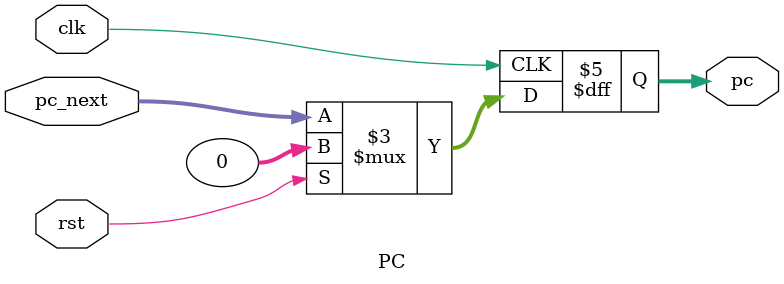
<source format=v>
`timescale 1ns / 1ps


module PC(
input clk,rst,
input [31:0] pc_next,
output reg [31:0] pc
    );


always@(posedge clk)
begin
    if (rst)
        pc<=32'h0000_0000;
    else
        pc<=pc_next;
   //$display("pc = %0h",pc);
end
endmodule
</source>
